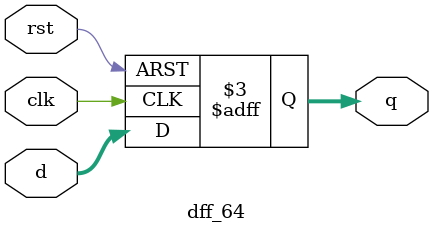
<source format=v>
module dff_64 ( clk, d, rst, q );

    input clk, rst;
    input [63:0] d;
    output [63:0] q;
    reg [63:0] q;

    always @(posedge clk or negedge rst) begin
        if (rst == 0) begin
            q <= 0;
        end else begin
            q <= d;
        end
    end

endmodule
</source>
